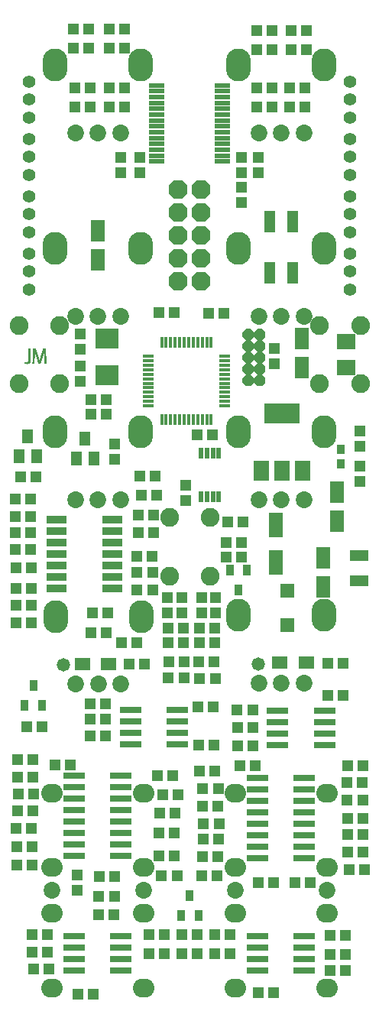
<source format=gts>
G04 DipTrace 3.3.0.0*
G04 uStreams02.GTS*
%MOIN*%
G04 #@! TF.FileFunction,Soldermask,Top*
G04 #@! TF.Part,Single*
%AMOUTLINE1*
4,1,8,
-0.016982,0.041,
-0.041,0.016982,
-0.041,-0.016982,
-0.016982,-0.041,
0.016982,-0.041,
0.041,-0.016982,
0.041,0.016982,
0.016982,0.041,
-0.016982,0.041,
0*%
%AMOUTLINE4*
4,1,8,
-0.010355,0.025,
-0.025,0.010355,
-0.025,-0.010355,
-0.010355,-0.025,
0.010355,-0.025,
0.025,-0.010355,
0.025,0.010355,
0.010355,0.025,
-0.010355,0.025,
0*%
%ADD12C,0.001*%
%ADD62R,0.018X0.04737*%
%ADD64R,0.04737X0.018*%
%ADD66C,0.058*%
%ADD68C,0.082*%
%ADD70R,0.078984X0.070992*%
%ADD72O,0.108X0.143*%
%ADD74R,0.102488X0.08674*%
%ADD76R,0.078866X0.04737*%
%ADD78C,0.055559*%
%ADD80R,0.035559X0.041465*%
%ADD82C,0.073*%
%ADD84O,0.093X0.083*%
%ADD86R,0.067055X0.023748*%
%ADD88R,0.094614X0.031622*%
%ADD90R,0.088X0.034*%
%ADD92R,0.035559X0.04737*%
%ADD94R,0.158X0.087*%
%ADD96R,0.067X0.087*%
%ADD98R,0.024142X0.048157*%
%ADD100R,0.04737X0.094614*%
%ADD102R,0.063118X0.063118*%
%ADD104R,0.067055X0.055244*%
%ADD106R,0.04737X0.063118*%
%ADD108R,0.063118X0.110362*%
%ADD110R,0.051307X0.04737*%
%ADD112R,0.063118X0.094614*%
%ADD114R,0.04737X0.051307*%
%ADD118OUTLINE1*%
%ADD121OUTLINE4*%
%FSLAX26Y26*%
G04*
G70*
G90*
G75*
G01*
G04 TopMask*
%LPD*%
D114*
X1931751Y2744000D3*
Y2677071D3*
D112*
X1831751Y2506500D3*
Y2632484D3*
D110*
X1052117Y3413570D3*
X1119046D3*
X1335818Y3412175D3*
X1268888D3*
D114*
X710495Y3253794D3*
Y3320723D3*
D110*
X1298783Y1819056D3*
X1231854D3*
X1095350Y1820295D3*
X1162280D3*
X825184Y3035029D3*
X758255D3*
X824593Y2972718D3*
X757664D3*
X1288000Y2881500D3*
X1221071D3*
D112*
X788719Y3770152D3*
Y3644168D3*
D114*
X710004Y3180850D3*
Y3113921D3*
X1931751Y2831500D3*
Y2898429D3*
X1169003Y2594018D3*
Y2660948D3*
D110*
X1352322Y2500249D3*
X1419251D3*
D108*
X1563000Y2325249D3*
Y2486667D3*
D110*
X1415215Y2349807D3*
X1348286D3*
X431751Y2137749D3*
X498680D3*
X425500Y2600249D3*
X492429D3*
D114*
X1239146Y2105155D3*
Y2172084D3*
X1152990Y2103257D3*
Y2170186D3*
D110*
X1230681Y1976119D3*
X1297610D3*
X1161454Y1974222D3*
X1094525D3*
D112*
X1675500Y3175249D3*
Y3301234D3*
D110*
X956895Y2351079D3*
X1023824D3*
X1025500Y2205934D3*
X958571D3*
X1029929Y2456500D3*
X963000D3*
D112*
X1769251Y2219000D3*
Y2344984D3*
D110*
X1463269Y1525724D3*
X1396340D3*
X1463417Y1604563D3*
X1396488D3*
X820008Y1639932D3*
X753079D3*
X820950Y1569283D3*
X754021D3*
X1855954Y1744573D3*
X1789025D3*
X1290680Y1696114D3*
X1223751D3*
X1485638Y447888D3*
X1552567D3*
X1311566Y1040552D3*
X1244636D3*
X437140Y1240096D3*
X504070D3*
X1227979Y1528966D3*
X1294908D3*
X1077714Y700249D3*
X1010785D3*
X1365214D3*
X1298285D3*
X1554387Y929138D3*
X1487458D3*
X431228Y1166176D3*
X498157D3*
X568356Y702850D3*
X501427D3*
X1868064Y696898D3*
X1801135D3*
X699958Y441638D3*
X766887D3*
D114*
X695924Y962602D3*
Y895673D3*
D110*
X437377Y1387106D3*
X504306D3*
X666762Y1440068D3*
X599833D3*
X1407458Y1439173D3*
X1474387D3*
X1942472Y1208723D3*
X1875543D3*
X860638Y954138D3*
X793709D3*
X1010785Y619000D3*
X1077714D3*
X1800194Y614675D3*
X1867123D3*
X1944102Y1137639D3*
X1877173D3*
X1125353Y1233173D3*
X1058424D3*
X1154535Y700249D3*
X1221465D3*
D114*
X1488000Y4092178D3*
Y4025249D3*
X888000Y4092178D3*
Y4025249D3*
X1413000Y4092178D3*
Y4025249D3*
X969249Y4092178D3*
Y4025249D3*
D106*
X481751Y2875249D3*
X519152Y2788635D3*
X444349D3*
X731751Y2863371D3*
X769152Y2776757D3*
X694349D3*
D104*
X720104Y1883138D3*
X834277D3*
X1581963Y1886699D3*
X1696136D3*
D102*
X1612803Y2050446D3*
Y2200052D3*
D100*
X1538000Y3587749D3*
X1638000D3*
Y3812552D3*
X1538000D3*
D98*
X1238000Y2613176D3*
X1263591D3*
X1289181D3*
X1314772D3*
Y2802152D3*
X1289181D3*
X1263591D3*
X1238000D3*
D96*
X1500500Y2725249D3*
X1590500D3*
X1680500D3*
D94*
X1589500Y2973249D3*
D92*
X1400500Y2206500D3*
X1363098Y2293114D3*
X1437902D3*
D90*
X850500Y2212749D3*
X608500D3*
X850500Y2262749D3*
Y2312749D3*
X608500Y2262749D3*
Y2312749D3*
X850500Y2362749D3*
X608500D3*
X850500Y2412749D3*
Y2462749D3*
X608500Y2412749D3*
Y2462749D3*
X850500Y2512749D3*
X608500D3*
D88*
X1775972Y1578723D3*
X1571248D3*
X1775972Y1528723D3*
Y1628723D3*
Y1678723D3*
X1571248Y1528723D3*
Y1628723D3*
Y1678723D3*
X1133514Y1580312D3*
X928790D3*
X1133514Y1530312D3*
Y1630312D3*
Y1680312D3*
X928790Y1530312D3*
Y1630312D3*
Y1680312D3*
X1688000Y594000D3*
X1483276D3*
X1688000Y544000D3*
Y644000D3*
Y694000D3*
X1483276Y544000D3*
Y644000D3*
Y694000D3*
X1688000Y1085304D3*
X1483276Y1185304D3*
X1688000Y1035304D3*
Y1135304D3*
Y1185304D3*
X1483276Y1135304D3*
Y1235304D3*
Y1285304D3*
X1688000D3*
X1483276Y1385304D3*
X1688000Y1235304D3*
Y1335304D3*
X1483276D3*
X1688000Y1385304D3*
X1483276Y1085304D3*
Y1035304D3*
X888000Y1094000D3*
X683276Y1194000D3*
X888000Y1044000D3*
Y1144000D3*
Y1194000D3*
X683276Y1144000D3*
Y1244000D3*
Y1294000D3*
X888000D3*
X683276Y1394000D3*
X888000Y1244000D3*
Y1344000D3*
X683276D3*
X888000Y1394000D3*
X683276Y1094000D3*
Y1044000D3*
X888000Y594000D3*
X683276D3*
X888000Y544000D3*
Y644000D3*
Y694000D3*
X683276Y544000D3*
Y644000D3*
Y694000D3*
D92*
X505860Y1789218D3*
X543261Y1702604D3*
X468458D3*
X1188642Y871486D3*
X1226043Y784871D3*
X1151240D3*
D86*
X1045283Y4406500D3*
Y4380909D3*
Y4355319D3*
Y4329728D3*
Y4304138D3*
Y4278547D3*
Y4252957D3*
Y4227366D3*
Y4201776D3*
Y4176185D3*
Y4150594D3*
Y4125004D3*
Y4099413D3*
Y4073823D3*
X1330717D3*
Y4099413D3*
Y4125004D3*
Y4150594D3*
Y4176185D3*
Y4201776D3*
Y4227366D3*
Y4252957D3*
Y4278547D3*
Y4304138D3*
Y4329728D3*
Y4355319D3*
Y4380909D3*
Y4406500D3*
D84*
X1788000Y994000D3*
Y1319000D3*
D82*
Y894000D3*
D84*
X1388000Y994000D3*
Y1319000D3*
D82*
Y894000D3*
D84*
X988000Y994000D3*
Y1319000D3*
D82*
Y894000D3*
D84*
X588000Y994000D3*
Y1319000D3*
D82*
Y894000D3*
D84*
X1788000Y794000D3*
Y469000D3*
D82*
Y894000D3*
D84*
X1388000Y794000D3*
Y469000D3*
D82*
Y894000D3*
D84*
X988000Y794000D3*
Y469000D3*
D82*
Y894000D3*
D84*
X588000Y794000D3*
Y469000D3*
D82*
Y894000D3*
D118*
X1238000Y3550249D3*
X1138000D3*
X1238000Y3650249D3*
X1138000D3*
X1238000Y3750249D3*
X1138000D3*
X1238000Y3850249D3*
X1138000D3*
X1238000Y3950249D3*
X1138000D3*
D121*
X1494249Y3119000D3*
X1444251D3*
X1494249Y3169000D3*
X1444251D3*
X1494249Y3219000D3*
X1444251D3*
X1494249Y3269000D3*
X1444251D3*
X1494249Y3319000D3*
X1444251D3*
D80*
X1848433Y2816933D3*
Y2753941D3*
D78*
X1888000Y4344000D3*
Y4422740D3*
Y4265260D3*
X488000Y4344000D3*
Y4265260D3*
Y4422740D3*
X1888000Y4094000D3*
Y4172740D3*
Y4015260D3*
X488000Y4094000D3*
Y4015260D3*
Y4172740D3*
X1888000Y3844000D3*
Y3922740D3*
Y3765260D3*
X488000Y3844000D3*
Y3765260D3*
Y3922740D3*
X1888000Y3594000D3*
Y3672740D3*
Y3515260D3*
X488000Y3594000D3*
Y3515260D3*
Y3672740D3*
D76*
X1925500Y2244000D3*
Y2354236D3*
D74*
X828526Y3142476D3*
Y3302752D3*
D114*
X1555625Y3256999D3*
Y3190070D3*
D82*
X1686000Y4199000D3*
X1588000Y4198724D3*
X1490000Y4199000D3*
D72*
X1401000Y4494000D3*
X1775000D3*
D82*
X886000Y4199000D3*
X788000Y4198724D3*
X690000Y4199000D3*
D72*
X601000Y4494000D3*
X975000D3*
D110*
X1226684Y1891206D3*
X1293613D3*
X1163249Y1891369D3*
X1096320D3*
X516657Y2697455D3*
X449728D3*
D114*
X860786Y2840587D3*
Y2773657D3*
D110*
X1348286Y2412307D3*
X1415215D3*
X498680Y2300249D3*
X431751D3*
X494251Y2381500D3*
X427322D3*
D70*
X1869251Y3175249D3*
Y3287218D3*
D110*
X498680Y2212749D3*
X431751D3*
X494251Y2456500D3*
X427322D3*
D82*
X1686000Y3399000D3*
X1588000Y3398724D3*
X1490000Y3399000D3*
D72*
X1401000Y3694000D3*
X1775000D3*
D82*
X886000Y3399000D3*
X788000Y3398724D3*
X690000Y3399000D3*
D72*
X601000Y3694000D3*
X975000D3*
D114*
X1301646Y2172084D3*
Y2105155D3*
X1090490Y2170186D3*
Y2103257D3*
D110*
X431751Y2062749D3*
X498680D3*
X425500Y2525249D3*
X492429D3*
X1297610Y2038619D3*
X1230681D3*
X1094525Y2036722D3*
X1161454D3*
X1025500Y2280934D3*
X958571D3*
X1029929Y2531500D3*
X963000D3*
X971071Y2700249D3*
X1038000D3*
X756751Y2019000D3*
X823680D3*
X763000Y2106500D3*
X829929D3*
D82*
X1686000Y1799000D3*
X1588000Y1798724D3*
X1490000Y1799000D3*
D72*
X1401000Y2094000D3*
X1775000D3*
D110*
X975500Y2619000D3*
X1042429D3*
X957035Y1975562D3*
X890106D3*
X1395201Y1682064D3*
X1462130D3*
X1857518Y1883520D3*
X1790589D3*
D82*
X1686000Y2599000D3*
X1588000Y2598724D3*
X1490000Y2599000D3*
D72*
X1401000Y2894000D3*
X1775000D3*
D82*
X886000Y2599000D3*
X788000Y2598724D3*
X690000Y2599000D3*
D72*
X601000Y2894000D3*
X975000D3*
D110*
X1800803Y544967D3*
X1867732D3*
X572819Y550879D3*
X505890D3*
D82*
X888000Y1794000D3*
X790000Y1793724D3*
X692000Y1794000D3*
D72*
X603000Y2089000D3*
X977000D3*
D110*
X1245194Y1338917D3*
X1312123D3*
X1230938Y1413538D3*
X1297867D3*
X504381Y1463850D3*
X437451D3*
X438841Y1314016D3*
X505770D3*
X1247885Y1116980D3*
X1314814D3*
X1248591Y1184319D3*
X1315520D3*
X434308Y1084323D3*
X501238D3*
X434219Y1003657D3*
X501148D3*
X923142Y1882374D3*
X990071D3*
X544766Y1607289D3*
X477837D3*
X1942354Y1289587D3*
X1875425D3*
X791888Y866638D3*
X858818D3*
X1882159Y985121D3*
X1949088D3*
X1945365Y1061154D3*
X1878436D3*
X1941873Y1365702D3*
X1874944D3*
X1875672Y1437928D3*
X1942601D3*
X1052173Y1045673D3*
X1119102D3*
Y1143852D3*
X1052173D3*
X1137853Y1312602D3*
X1070924D3*
X1045924Y1395673D3*
X1112853D3*
X1221465Y619000D3*
X1154535D3*
X1065349Y956844D3*
X1132278D3*
X1308591Y956786D3*
X1241661D3*
X1648138Y929138D3*
X1715067D3*
X1298285Y619000D3*
X1365214D3*
X498858Y625571D3*
X565787D3*
X791829Y788756D3*
X858759D3*
X754198Y1708395D3*
X821127D3*
X1244801Y1263115D3*
X1311730D3*
X1629535Y4644000D3*
X1696465D3*
X1479535D3*
X1546465D3*
X1629535Y4562749D3*
X1696465D3*
X1479535D3*
X1546465D3*
X1623285Y4394000D3*
X1690214D3*
X1479535D3*
X1546465D3*
X1623285Y4312749D3*
X1690214D3*
X1479535D3*
X1546465D3*
X902714D3*
X835785D3*
X752714D3*
X685785D3*
X902714Y4394000D3*
X835785D3*
X752714D3*
X685785D3*
X902714Y4569000D3*
X835785D3*
X746465D3*
X679535D3*
X902714Y4650249D3*
X835785D3*
X746465D3*
X679535D3*
D114*
X1413000Y3894000D3*
Y3960929D3*
D68*
X1933249Y3103500D3*
Y3359500D3*
X1755249Y3103500D3*
Y3359500D3*
X442749D3*
Y3103500D3*
X620749Y3359500D3*
Y3103500D3*
X1277000Y2266000D3*
Y2522000D3*
X1099000Y2266000D3*
Y2522000D3*
D66*
X1487684Y1880812D3*
X636503Y1878345D3*
D64*
X1006438Y3224399D3*
Y3204714D3*
Y3185029D3*
Y3165344D3*
Y3145659D3*
Y3125974D3*
Y3106289D3*
Y3086604D3*
Y3066919D3*
Y3047234D3*
Y3027549D3*
Y3007864D3*
D62*
X1065493Y2948808D3*
X1085178D3*
X1104864D3*
X1124549D3*
X1144234D3*
X1163919D3*
X1183604D3*
X1203289D3*
X1222974D3*
X1242659D3*
X1262344D3*
X1282029D3*
D64*
X1341084Y3007864D3*
Y3027549D3*
Y3047234D3*
Y3066919D3*
Y3086604D3*
Y3106289D3*
Y3125974D3*
Y3145659D3*
Y3165344D3*
Y3185029D3*
Y3204714D3*
Y3224399D3*
D62*
X1282029Y3283454D3*
X1262344D3*
X1242659D3*
X1222974D3*
X1203289D3*
X1183604D3*
X1163919D3*
X1144234D3*
X1124549D3*
X1104864D3*
X1085178D3*
X1065493D3*
X484357Y3256791D2*
D12*
X490357D1*
X505357D2*
X514357D1*
X548357D2*
X556357D1*
X484357Y3255791D2*
X490357D1*
X505357D2*
X514511D1*
X547891D2*
X556395D1*
X484357Y3254791D2*
X490357D1*
X505357D2*
X514763D1*
X547569D2*
X556523D1*
X484357Y3253791D2*
X490357D1*
X505357D2*
X515057D1*
X547296D2*
X556763D1*
X484357Y3252791D2*
X490357D1*
X505357D2*
X515360D1*
X546988D2*
X557019D1*
X484357Y3251791D2*
X490357D1*
X505357D2*
X515696D1*
X546671D2*
X557194D1*
X484357Y3250791D2*
X490357D1*
X505357D2*
X516030D1*
X546359D2*
X557286D1*
X484357Y3249791D2*
X490357D1*
X505357D2*
X516350D1*
X546019D2*
X557329D1*
X484357Y3248791D2*
X490357D1*
X505353D2*
X516693D1*
X545684D2*
X557346D1*
X484357Y3247791D2*
X490357D1*
X505318D2*
X517029D1*
X545364D2*
X557353D1*
X484357Y3246791D2*
X490357D1*
X505190D2*
X517349D1*
X545021D2*
X557356D1*
X484357Y3245791D2*
X490357D1*
X504951D2*
X517693D1*
X544685D2*
X557357D1*
X484357Y3244791D2*
X490357D1*
X504695D2*
X518029D1*
X544365D2*
X557357D1*
X484357Y3243791D2*
X490357D1*
X504520D2*
X510357D1*
X512395D2*
X518349D1*
X544025D2*
X550202D1*
X552357D2*
X557361D1*
X484357Y3242791D2*
X490357D1*
X504427D2*
X510357D1*
X512523D2*
X518693D1*
X543720D2*
X549951D1*
X552357D2*
X557396D1*
X484357Y3241791D2*
X490357D1*
X504385D2*
X510357D1*
X512767D2*
X519029D1*
X543492D2*
X549657D1*
X552357D2*
X557523D1*
X484357Y3240791D2*
X490357D1*
X504367D2*
X510357D1*
X513058D2*
X519349D1*
X543265D2*
X549354D1*
X552357D2*
X557763D1*
X484357Y3239791D2*
X490357D1*
X504361D2*
X510357D1*
X513360D2*
X519689D1*
X542976D2*
X549018D1*
X552357D2*
X558019D1*
X484357Y3238791D2*
X490357D1*
X504358D2*
X510357D1*
X513696D2*
X519994D1*
X542666D2*
X548684D1*
X552357D2*
X558194D1*
X484357Y3237791D2*
X490357D1*
X504357D2*
X510353D1*
X514030D2*
X520222D1*
X542358D2*
X548364D1*
X552357D2*
X558286D1*
X484357Y3236791D2*
X490357D1*
X504357D2*
X510318D1*
X514350D2*
X520449D1*
X542019D2*
X548021D1*
X552357D2*
X558329D1*
X484357Y3235791D2*
X490357D1*
X504357D2*
X510190D1*
X514693D2*
X520737D1*
X541684D2*
X547685D1*
X552357D2*
X558346D1*
X484357Y3234791D2*
X490357D1*
X504357D2*
X509951D1*
X515029D2*
X521047D1*
X541364D2*
X547365D1*
X552361D2*
X558353D1*
X484357Y3233791D2*
X490357D1*
X504353D2*
X509695D1*
X515349D2*
X521356D1*
X541021D2*
X547025D1*
X552396D2*
X558356D1*
X484357Y3232791D2*
X490357D1*
X504318D2*
X509520D1*
X515693D2*
X521695D1*
X540685D2*
X546720D1*
X552523D2*
X558357D1*
X484357Y3231791D2*
X490357D1*
X504190D2*
X509427D1*
X516029D2*
X522030D1*
X540365D2*
X546492D1*
X552763D2*
X558357D1*
X484357Y3230791D2*
X490357D1*
X503951D2*
X509385D1*
X516349D2*
X522350D1*
X540021D2*
X546265D1*
X553019D2*
X558357D1*
X484357Y3229791D2*
X490357D1*
X503695D2*
X509367D1*
X516693D2*
X522693D1*
X539685D2*
X545976D1*
X553194D2*
X558361D1*
X484357Y3228791D2*
X490357D1*
X503520D2*
X509361D1*
X517029D2*
X523029D1*
X539365D2*
X545666D1*
X553286D2*
X558396D1*
X484357Y3227791D2*
X490357D1*
X503427D2*
X509358D1*
X517349D2*
X523349D1*
X539025D2*
X545358D1*
X553329D2*
X558523D1*
X484357Y3226791D2*
X490357D1*
X503385D2*
X509357D1*
X517693D2*
X523693D1*
X538720D2*
X545019D1*
X553346D2*
X558763D1*
X484357Y3225791D2*
X490357D1*
X503367D2*
X509357D1*
X518029D2*
X524029D1*
X538492D2*
X544684D1*
X553353D2*
X559019D1*
X484357Y3224791D2*
X490357D1*
X503361D2*
X509357D1*
X518349D2*
X524349D1*
X538265D2*
X544364D1*
X553356D2*
X559194D1*
X484357Y3223791D2*
X490357D1*
X503358D2*
X509357D1*
X518693D2*
X524693D1*
X537976D2*
X544021D1*
X553357D2*
X559286D1*
X484357Y3222791D2*
X490357D1*
X503357D2*
X509353D1*
X519029D2*
X525029D1*
X537666D2*
X543685D1*
X553357D2*
X559329D1*
X484357Y3221791D2*
X490357D1*
X503357D2*
X509318D1*
X519349D2*
X525349D1*
X537358D2*
X543365D1*
X553361D2*
X559346D1*
X484357Y3220791D2*
X490357D1*
X503357D2*
X509190D1*
X519693D2*
X525693D1*
X537019D2*
X543021D1*
X553396D2*
X559353D1*
X484357Y3219791D2*
X490357D1*
X503357D2*
X508951D1*
X520029D2*
X526029D1*
X536684D2*
X542685D1*
X553523D2*
X559356D1*
X484357Y3218791D2*
X490357D1*
X503357D2*
X508695D1*
X520349D2*
X526349D1*
X536364D2*
X542365D1*
X553763D2*
X559357D1*
X484357Y3217791D2*
X490357D1*
X503353D2*
X508520D1*
X520693D2*
X526693D1*
X536021D2*
X542021D1*
X554019D2*
X559357D1*
X484357Y3216791D2*
X490357D1*
X503318D2*
X508427D1*
X521029D2*
X527029D1*
X535685D2*
X541685D1*
X554194D2*
X559361D1*
X484357Y3215791D2*
X490357D1*
X503190D2*
X508385D1*
X521349D2*
X527349D1*
X535365D2*
X541365D1*
X554286D2*
X559396D1*
X484357Y3214791D2*
X490357D1*
X502951D2*
X508367D1*
X521693D2*
X527689D1*
X535025D2*
X541025D1*
X554329D2*
X559523D1*
X484357Y3213791D2*
X490357D1*
X502695D2*
X508361D1*
X522029D2*
X527994D1*
X534720D2*
X540720D1*
X554346D2*
X559763D1*
X484357Y3212791D2*
X490357D1*
X502520D2*
X508358D1*
X522349D2*
X528222D1*
X534492D2*
X540492D1*
X554353D2*
X560019D1*
X484357Y3211791D2*
X490357D1*
X502427D2*
X508357D1*
X522689D2*
X528449D1*
X534265D2*
X540265D1*
X554356D2*
X560194D1*
X484357Y3210791D2*
X490357D1*
X502385D2*
X508357D1*
X522994D2*
X528737D1*
X533976D2*
X539976D1*
X554357D2*
X560286D1*
X484357Y3209791D2*
X490357D1*
X502367D2*
X508357D1*
X523222D2*
X529047D1*
X533666D2*
X539666D1*
X554357D2*
X560329D1*
X484357Y3208791D2*
X490357D1*
X502361D2*
X508357D1*
X523449D2*
X529360D1*
X533354D2*
X539358D1*
X554361D2*
X560346D1*
X484357Y3207791D2*
X490357D1*
X502358D2*
X508353D1*
X523737D2*
X529733D1*
X532981D2*
X539019D1*
X554396D2*
X560353D1*
X484353Y3206791D2*
X490353D1*
X502357D2*
X508318D1*
X524047D2*
X530190D1*
X532524D2*
X538684D1*
X554523D2*
X560356D1*
X484318Y3205791D2*
X490318D1*
X502357D2*
X508190D1*
X524356D2*
X530740D1*
X531974D2*
X538364D1*
X554763D2*
X560357D1*
X484187Y3204791D2*
X490190D1*
X502357D2*
X507951D1*
X524695D2*
X538021D1*
X555019D2*
X560357D1*
X483908Y3203791D2*
X489951D1*
X502357D2*
X507695D1*
X525030D2*
X537685D1*
X555194D2*
X560361D1*
X483477Y3202791D2*
X489691D1*
X502353D2*
X507520D1*
X525350D2*
X537365D1*
X555286D2*
X560396D1*
X482937Y3201791D2*
X489481D1*
X502318D2*
X507427D1*
X525693D2*
X537021D1*
X555329D2*
X560523D1*
X481846Y3200791D2*
X489257D1*
X502190D2*
X507385D1*
X526029D2*
X536685D1*
X555346D2*
X560763D1*
X479146Y3199791D2*
X488936D1*
X501951D2*
X507367D1*
X526349D2*
X536365D1*
X555353D2*
X561019D1*
X468357Y3198791D2*
X472357D1*
X475151D2*
X488496D1*
X501695D2*
X507361D1*
X526693D2*
X536025D1*
X555356D2*
X561194D1*
X468061Y3197791D2*
X487905D1*
X501520D2*
X507358D1*
X527029D2*
X535720D1*
X555357D2*
X561286D1*
X467912Y3196791D2*
X487096D1*
X501427D2*
X507357D1*
X527350D2*
X535489D1*
X555357D2*
X561329D1*
X467920Y3195791D2*
X485936D1*
X501385D2*
X507357D1*
X527698D2*
X535235D1*
X555357D2*
X561346D1*
X469913Y3194791D2*
X484122D1*
X501367D2*
X507357D1*
X528042D2*
X534846D1*
X555357D2*
X561353D1*
X472837Y3193791D2*
X481479D1*
X501357D2*
X507357D1*
X528357D2*
X534357D1*
X555357D2*
X561357D1*
X476357Y3192791D2*
X478357D1*
X484357Y3256791D2*
Y3255791D1*
Y3254791D1*
Y3253791D1*
Y3252791D1*
Y3251791D1*
Y3250791D1*
Y3249791D1*
Y3248791D1*
Y3247791D1*
Y3246791D1*
Y3245791D1*
Y3244791D1*
Y3243791D1*
Y3242791D1*
Y3241791D1*
Y3240791D1*
Y3239791D1*
Y3238791D1*
Y3237791D1*
Y3236791D1*
Y3235791D1*
Y3234791D1*
Y3233791D1*
Y3232791D1*
Y3231791D1*
Y3230791D1*
Y3229791D1*
Y3228791D1*
Y3227791D1*
Y3226791D1*
Y3225791D1*
Y3224791D1*
Y3223791D1*
Y3222791D1*
Y3221791D1*
Y3220791D1*
Y3219791D1*
Y3218791D1*
Y3217791D1*
Y3216791D1*
Y3215791D1*
Y3214791D1*
Y3213791D1*
Y3212791D1*
Y3211791D1*
Y3210791D1*
Y3209791D1*
Y3208791D1*
Y3207791D1*
X484353Y3206791D1*
X484318Y3205791D1*
X484187Y3204791D1*
X483908Y3203791D1*
X483477Y3202791D1*
X482937Y3201791D1*
X481846Y3200791D1*
X479146Y3199791D1*
X475151Y3198791D1*
X470357Y3197791D1*
X490357Y3256791D2*
Y3255791D1*
Y3254791D1*
Y3253791D1*
Y3252791D1*
Y3251791D1*
Y3250791D1*
Y3249791D1*
Y3248791D1*
Y3247791D1*
Y3246791D1*
Y3245791D1*
Y3244791D1*
Y3243791D1*
Y3242791D1*
Y3241791D1*
Y3240791D1*
Y3239791D1*
Y3238791D1*
Y3237791D1*
Y3236791D1*
Y3235791D1*
Y3234791D1*
Y3233791D1*
Y3232791D1*
Y3231791D1*
Y3230791D1*
Y3229791D1*
Y3228791D1*
Y3227791D1*
Y3226791D1*
Y3225791D1*
Y3224791D1*
Y3223791D1*
Y3222791D1*
Y3221791D1*
Y3220791D1*
Y3219791D1*
Y3218791D1*
Y3217791D1*
Y3216791D1*
Y3215791D1*
Y3214791D1*
Y3213791D1*
Y3212791D1*
Y3211791D1*
Y3210791D1*
Y3209791D1*
Y3208791D1*
Y3207791D1*
X490353Y3206791D1*
X490318Y3205791D1*
X490190Y3204791D1*
X489951Y3203791D1*
X489691Y3202791D1*
X489481Y3201791D1*
X489257Y3200791D1*
X488936Y3199791D1*
X488496Y3198791D1*
X487905Y3197791D1*
X487096Y3196791D1*
X485936Y3195791D1*
X484122Y3194791D1*
X481479Y3193791D1*
X478357Y3192791D1*
X505357Y3256791D2*
Y3255791D1*
Y3254791D1*
Y3253791D1*
Y3252791D1*
Y3251791D1*
Y3250791D1*
Y3249791D1*
X505353Y3248791D1*
X505318Y3247791D1*
X505190Y3246791D1*
X504951Y3245791D1*
X504695Y3244791D1*
X504520Y3243791D1*
X504427Y3242791D1*
X504385Y3241791D1*
X504367Y3240791D1*
X504361Y3239791D1*
X504358Y3238791D1*
X504357Y3237791D1*
Y3236791D1*
Y3235791D1*
Y3234791D1*
X504353Y3233791D1*
X504318Y3232791D1*
X504190Y3231791D1*
X503951Y3230791D1*
X503695Y3229791D1*
X503520Y3228791D1*
X503427Y3227791D1*
X503385Y3226791D1*
X503367Y3225791D1*
X503361Y3224791D1*
X503358Y3223791D1*
X503357Y3222791D1*
Y3221791D1*
Y3220791D1*
Y3219791D1*
Y3218791D1*
X503353Y3217791D1*
X503318Y3216791D1*
X503190Y3215791D1*
X502951Y3214791D1*
X502695Y3213791D1*
X502520Y3212791D1*
X502427Y3211791D1*
X502385Y3210791D1*
X502367Y3209791D1*
X502361Y3208791D1*
X502358Y3207791D1*
X502357Y3206791D1*
Y3205791D1*
Y3204791D1*
Y3203791D1*
X502353Y3202791D1*
X502318Y3201791D1*
X502190Y3200791D1*
X501951Y3199791D1*
X501695Y3198791D1*
X501520Y3197791D1*
X501427Y3196791D1*
X501385Y3195791D1*
X501367Y3194791D1*
X501357Y3193791D1*
X514357Y3256791D2*
X514511Y3255791D1*
X514763Y3254791D1*
X515057Y3253791D1*
X515360Y3252791D1*
X515696Y3251791D1*
X516030Y3250791D1*
X516350Y3249791D1*
X516693Y3248791D1*
X517029Y3247791D1*
X517349Y3246791D1*
X517693Y3245791D1*
X518029Y3244791D1*
X518349Y3243791D1*
X518693Y3242791D1*
X519029Y3241791D1*
X519349Y3240791D1*
X519689Y3239791D1*
X519994Y3238791D1*
X520222Y3237791D1*
X520449Y3236791D1*
X520737Y3235791D1*
X521047Y3234791D1*
X521356Y3233791D1*
X521695Y3232791D1*
X522030Y3231791D1*
X522350Y3230791D1*
X522693Y3229791D1*
X523029Y3228791D1*
X523349Y3227791D1*
X523693Y3226791D1*
X524029Y3225791D1*
X524349Y3224791D1*
X524693Y3223791D1*
X525029Y3222791D1*
X525349Y3221791D1*
X525693Y3220791D1*
X526029Y3219791D1*
X526349Y3218791D1*
X526693Y3217791D1*
X527029Y3216791D1*
X527349Y3215791D1*
X527689Y3214791D1*
X527994Y3213791D1*
X528222Y3212791D1*
X528449Y3211791D1*
X528737Y3210791D1*
X529047Y3209791D1*
X529360Y3208791D1*
X529733Y3207791D1*
X530190Y3206791D1*
X530740Y3205791D1*
X531357Y3204791D1*
X548357Y3256791D2*
X547891Y3255791D1*
X547569Y3254791D1*
X547296Y3253791D1*
X546988Y3252791D1*
X546671Y3251791D1*
X546359Y3250791D1*
X546019Y3249791D1*
X545684Y3248791D1*
X545364Y3247791D1*
X545021Y3246791D1*
X544685Y3245791D1*
X544365Y3244791D1*
X544025Y3243791D1*
X543720Y3242791D1*
X543492Y3241791D1*
X543265Y3240791D1*
X542976Y3239791D1*
X542666Y3238791D1*
X542358Y3237791D1*
X542019Y3236791D1*
X541684Y3235791D1*
X541364Y3234791D1*
X541021Y3233791D1*
X540685Y3232791D1*
X540365Y3231791D1*
X540021Y3230791D1*
X539685Y3229791D1*
X539365Y3228791D1*
X539025Y3227791D1*
X538720Y3226791D1*
X538492Y3225791D1*
X538265Y3224791D1*
X537976Y3223791D1*
X537666Y3222791D1*
X537358Y3221791D1*
X537019Y3220791D1*
X536684Y3219791D1*
X536364Y3218791D1*
X536021Y3217791D1*
X535685Y3216791D1*
X535365Y3215791D1*
X535025Y3214791D1*
X534720Y3213791D1*
X534492Y3212791D1*
X534265Y3211791D1*
X533976Y3210791D1*
X533666Y3209791D1*
X533354Y3208791D1*
X532981Y3207791D1*
X532524Y3206791D1*
X531974Y3205791D1*
X531357Y3204791D1*
X556357Y3256791D2*
X556395Y3255791D1*
X556523Y3254791D1*
X556763Y3253791D1*
X557019Y3252791D1*
X557194Y3251791D1*
X557286Y3250791D1*
X557329Y3249791D1*
X557346Y3248791D1*
X557353Y3247791D1*
X557356Y3246791D1*
X557357Y3245791D1*
Y3244791D1*
X557361Y3243791D1*
X557396Y3242791D1*
X557523Y3241791D1*
X557763Y3240791D1*
X558019Y3239791D1*
X558194Y3238791D1*
X558286Y3237791D1*
X558329Y3236791D1*
X558346Y3235791D1*
X558353Y3234791D1*
X558356Y3233791D1*
X558357Y3232791D1*
Y3231791D1*
Y3230791D1*
X558361Y3229791D1*
X558396Y3228791D1*
X558523Y3227791D1*
X558763Y3226791D1*
X559019Y3225791D1*
X559194Y3224791D1*
X559286Y3223791D1*
X559329Y3222791D1*
X559346Y3221791D1*
X559353Y3220791D1*
X559356Y3219791D1*
X559357Y3218791D1*
Y3217791D1*
X559361Y3216791D1*
X559396Y3215791D1*
X559523Y3214791D1*
X559763Y3213791D1*
X560019Y3212791D1*
X560194Y3211791D1*
X560286Y3210791D1*
X560329Y3209791D1*
X560346Y3208791D1*
X560353Y3207791D1*
X560356Y3206791D1*
X560357Y3205791D1*
Y3204791D1*
X560361Y3203791D1*
X560396Y3202791D1*
X560523Y3201791D1*
X560763Y3200791D1*
X561019Y3199791D1*
X561194Y3198791D1*
X561286Y3197791D1*
X561329Y3196791D1*
X561346Y3195791D1*
X561353Y3194791D1*
X561357Y3193791D1*
X510357Y3244791D2*
Y3243791D1*
Y3242791D1*
Y3241791D1*
Y3240791D1*
Y3239791D1*
Y3238791D1*
X510353Y3237791D1*
X510318Y3236791D1*
X510190Y3235791D1*
X509951Y3234791D1*
X509695Y3233791D1*
X509520Y3232791D1*
X509427Y3231791D1*
X509385Y3230791D1*
X509367Y3229791D1*
X509361Y3228791D1*
X509358Y3227791D1*
X509357Y3226791D1*
Y3225791D1*
Y3224791D1*
Y3223791D1*
X509353Y3222791D1*
X509318Y3221791D1*
X509190Y3220791D1*
X508951Y3219791D1*
X508695Y3218791D1*
X508520Y3217791D1*
X508427Y3216791D1*
X508385Y3215791D1*
X508367Y3214791D1*
X508361Y3213791D1*
X508358Y3212791D1*
X508357Y3211791D1*
Y3210791D1*
Y3209791D1*
Y3208791D1*
X508353Y3207791D1*
X508318Y3206791D1*
X508190Y3205791D1*
X507951Y3204791D1*
X507695Y3203791D1*
X507520Y3202791D1*
X507427Y3201791D1*
X507385Y3200791D1*
X507367Y3199791D1*
X507361Y3198791D1*
X507358Y3197791D1*
X507357Y3196791D1*
Y3195791D1*
Y3194791D1*
Y3193791D1*
X512357Y3244791D2*
X512395Y3243791D1*
X512523Y3242791D1*
X512767Y3241791D1*
X513058Y3240791D1*
X513360Y3239791D1*
X513696Y3238791D1*
X514030Y3237791D1*
X514350Y3236791D1*
X514693Y3235791D1*
X515029Y3234791D1*
X515349Y3233791D1*
X515693Y3232791D1*
X516029Y3231791D1*
X516349Y3230791D1*
X516693Y3229791D1*
X517029Y3228791D1*
X517349Y3227791D1*
X517693Y3226791D1*
X518029Y3225791D1*
X518349Y3224791D1*
X518693Y3223791D1*
X519029Y3222791D1*
X519349Y3221791D1*
X519693Y3220791D1*
X520029Y3219791D1*
X520349Y3218791D1*
X520693Y3217791D1*
X521029Y3216791D1*
X521349Y3215791D1*
X521693Y3214791D1*
X522029Y3213791D1*
X522349Y3212791D1*
X522689Y3211791D1*
X522994Y3210791D1*
X523222Y3209791D1*
X523449Y3208791D1*
X523737Y3207791D1*
X524047Y3206791D1*
X524356Y3205791D1*
X524695Y3204791D1*
X525030Y3203791D1*
X525350Y3202791D1*
X525693Y3201791D1*
X526029Y3200791D1*
X526349Y3199791D1*
X526693Y3198791D1*
X527029Y3197791D1*
X527350Y3196791D1*
X527698Y3195791D1*
X528042Y3194791D1*
X528357Y3193791D1*
X550357Y3244791D2*
X550202Y3243791D1*
X549951Y3242791D1*
X549657Y3241791D1*
X549354Y3240791D1*
X549018Y3239791D1*
X548684Y3238791D1*
X548364Y3237791D1*
X548021Y3236791D1*
X547685Y3235791D1*
X547365Y3234791D1*
X547025Y3233791D1*
X546720Y3232791D1*
X546492Y3231791D1*
X546265Y3230791D1*
X545976Y3229791D1*
X545666Y3228791D1*
X545358Y3227791D1*
X545019Y3226791D1*
X544684Y3225791D1*
X544364Y3224791D1*
X544021Y3223791D1*
X543685Y3222791D1*
X543365Y3221791D1*
X543021Y3220791D1*
X542685Y3219791D1*
X542365Y3218791D1*
X542021Y3217791D1*
X541685Y3216791D1*
X541365Y3215791D1*
X541025Y3214791D1*
X540720Y3213791D1*
X540492Y3212791D1*
X540265Y3211791D1*
X539976Y3210791D1*
X539666Y3209791D1*
X539358Y3208791D1*
X539019Y3207791D1*
X538684Y3206791D1*
X538364Y3205791D1*
X538021Y3204791D1*
X537685Y3203791D1*
X537365Y3202791D1*
X537021Y3201791D1*
X536685Y3200791D1*
X536365Y3199791D1*
X536025Y3198791D1*
X535720Y3197791D1*
X535489Y3196791D1*
X535235Y3195791D1*
X534846Y3194791D1*
X534357Y3193791D1*
X552357Y3244791D2*
Y3243791D1*
Y3242791D1*
Y3241791D1*
Y3240791D1*
Y3239791D1*
Y3238791D1*
Y3237791D1*
Y3236791D1*
Y3235791D1*
X552361Y3234791D1*
X552396Y3233791D1*
X552523Y3232791D1*
X552763Y3231791D1*
X553019Y3230791D1*
X553194Y3229791D1*
X553286Y3228791D1*
X553329Y3227791D1*
X553346Y3226791D1*
X553353Y3225791D1*
X553356Y3224791D1*
X553357Y3223791D1*
Y3222791D1*
X553361Y3221791D1*
X553396Y3220791D1*
X553523Y3219791D1*
X553763Y3218791D1*
X554019Y3217791D1*
X554194Y3216791D1*
X554286Y3215791D1*
X554329Y3214791D1*
X554346Y3213791D1*
X554353Y3212791D1*
X554356Y3211791D1*
X554357Y3210791D1*
Y3209791D1*
X554361Y3208791D1*
X554396Y3207791D1*
X554523Y3206791D1*
X554763Y3205791D1*
X555019Y3204791D1*
X555194Y3203791D1*
X555286Y3202791D1*
X555329Y3201791D1*
X555346Y3200791D1*
X555353Y3199791D1*
X555356Y3198791D1*
X555357Y3197791D1*
Y3196791D1*
Y3195791D1*
Y3194791D1*
Y3193791D1*
X468357Y3198791D2*
X468061Y3197791D1*
X467912Y3196791D1*
X467920Y3195791D1*
X469913Y3194791D1*
X472837Y3193791D1*
X476357Y3192791D1*
X472357Y3198791D2*
X473357Y3197791D1*
M02*

</source>
